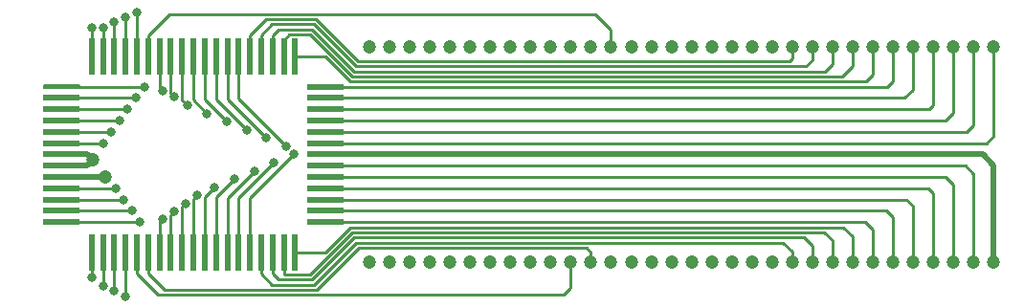
<source format=gbr>
%TF.GenerationSoftware,KiCad,Pcbnew,(5.1.10)-1*%
%TF.CreationDate,2023-11-11T20:16:55+01:00*%
%TF.ProjectId,tmp90x40-qfc2sdip,746d7039-3078-4343-902d-716663327364,rev?*%
%TF.SameCoordinates,Original*%
%TF.FileFunction,Copper,L1,Top*%
%TF.FilePolarity,Positive*%
%FSLAX46Y46*%
G04 Gerber Fmt 4.6, Leading zero omitted, Abs format (unit mm)*
G04 Created by KiCad (PCBNEW (5.1.10)-1) date 2023-11-11 20:16:55*
%MOMM*%
%LPD*%
G01*
G04 APERTURE LIST*
%TA.AperFunction,SMDPad,CuDef*%
%ADD10R,3.300000X0.500000*%
%TD*%
%TA.AperFunction,SMDPad,CuDef*%
%ADD11R,0.500000X3.300000*%
%TD*%
%TA.AperFunction,ComponentPad*%
%ADD12C,1.200000*%
%TD*%
%TA.AperFunction,ViaPad*%
%ADD13C,0.800000*%
%TD*%
%TA.AperFunction,ViaPad*%
%ADD14C,1.200000*%
%TD*%
%TA.AperFunction,Conductor*%
%ADD15C,0.250000*%
%TD*%
%TA.AperFunction,Conductor*%
%ADD16C,0.500000*%
%TD*%
G04 APERTURE END LIST*
D10*
%TO.P,U1,64*%
%TO.N,P53*%
X97570000Y-107600000D03*
%TO.P,U1,63*%
%TO.N,P52*%
X97570000Y-106600000D03*
%TO.P,U1,62*%
%TO.N,P51*%
X97570000Y-105600000D03*
%TO.P,U1,61*%
%TO.N,P50*%
X97570000Y-104600000D03*
%TO.P,U1,60*%
%TO.N,GND*%
X97570000Y-103600000D03*
%TO.P,U1,59*%
%TO.N,VCC*%
X97570000Y-102600000D03*
%TO.P,U1,58*%
X97570000Y-101600000D03*
%TO.P,U1,57*%
%TO.N,P37*%
X97570000Y-100600000D03*
%TO.P,U1,56*%
%TO.N,P36*%
X97570000Y-99600000D03*
%TO.P,U1,55*%
%TO.N,P35*%
X97570000Y-98600000D03*
%TO.P,U1,54*%
%TO.N,P34*%
X97570000Y-97600000D03*
%TO.P,U1,53*%
%TO.N,P33*%
X97570000Y-96600000D03*
%TO.P,U1,52*%
%TO.N,P32*%
%TA.AperFunction,SMDPad,CuDef*%
G36*
G01*
X99095000Y-95850000D02*
X96045000Y-95850000D01*
G75*
G02*
X95920000Y-95725000I0J125000D01*
G01*
X95920000Y-95475000D01*
G75*
G02*
X96045000Y-95350000I125000J0D01*
G01*
X99095000Y-95350000D01*
G75*
G02*
X99220000Y-95475000I0J-125000D01*
G01*
X99220000Y-95725000D01*
G75*
G02*
X99095000Y-95850000I-125000J0D01*
G01*
G37*
%TD.AperFunction*%
D11*
%TO.P,U1,48*%
%TO.N,A19*%
X103220000Y-92950000D03*
%TO.P,U1,47*%
%TO.N,A18*%
X104220000Y-92950000D03*
%TO.P,U1,46*%
%TO.N,A17*%
X105220000Y-92950000D03*
%TO.P,U1,45*%
%TO.N,A16*%
X106220000Y-92950000D03*
%TO.P,U1,44*%
%TO.N,A15*%
X107220000Y-92950000D03*
%TO.P,U1,43*%
%TO.N,A14*%
X108220000Y-92950000D03*
%TO.P,U1,42*%
%TO.N,A13*%
X109220000Y-92950000D03*
%TO.P,U1,41*%
%TO.N,A12*%
X110220000Y-92950000D03*
%TO.P,U1,40*%
%TO.N,A11*%
X111220000Y-92950000D03*
%TO.P,U1,39*%
%TO.N,A10*%
X112220000Y-92950000D03*
%TO.P,U1,38*%
%TO.N,A9*%
X113220000Y-92950000D03*
%TO.P,U1,37*%
%TO.N,A8*%
X114220000Y-92950000D03*
%TO.P,U1,36*%
%TO.N,A7*%
X115220000Y-92950000D03*
D10*
%TO.P,U1,32*%
%TO.N,A3*%
X120870000Y-95600000D03*
%TO.P,U1,31*%
%TO.N,A2*%
X120870000Y-96600000D03*
%TO.P,U1,30*%
%TO.N,A1*%
X120870000Y-97600000D03*
%TO.P,U1,29*%
%TO.N,A0*%
X120870000Y-98600000D03*
%TO.P,U1,28*%
%TO.N,X2*%
X120870000Y-99600000D03*
%TO.P,U1,27*%
%TO.N,X1*%
X120870000Y-100600000D03*
%TO.P,U1,26*%
%TO.N,GND*%
X120870000Y-101600000D03*
%TO.P,U1,25*%
%TO.N,D7*%
X120870000Y-102600000D03*
%TO.P,U1,24*%
%TO.N,D6*%
X120870000Y-103600000D03*
%TO.P,U1,23*%
%TO.N,D5*%
X120870000Y-104600000D03*
%TO.P,U1,22*%
%TO.N,D4*%
X120870000Y-105600000D03*
%TO.P,U1,21*%
%TO.N,D3*%
X120870000Y-106600000D03*
%TO.P,U1,20*%
%TO.N,D2*%
X120870000Y-107600000D03*
D11*
%TO.P,U1,16*%
%TO.N,RESET*%
X115220000Y-110250000D03*
%TO.P,U1,15*%
%TO.N,NMI*%
X114220000Y-110250000D03*
%TO.P,U1,14*%
%TO.N,P83*%
X113220000Y-110250000D03*
%TO.P,U1,13*%
%TO.N,P82*%
X112220000Y-110250000D03*
%TO.P,U1,12*%
%TO.N,P81*%
X111220000Y-110250000D03*
%TO.P,U1,11*%
%TO.N,P80*%
X110220000Y-110250000D03*
%TO.P,U1,10*%
%TO.N,P73*%
X109220000Y-110250000D03*
%TO.P,U1,9*%
%TO.N,P72*%
X108220000Y-110250000D03*
%TO.P,U1,8*%
%TO.N,P71*%
X107220000Y-110250000D03*
%TO.P,U1,7*%
%TO.N,P70*%
X106220000Y-110250000D03*
%TO.P,U1,6*%
%TO.N,P63*%
X105220000Y-110250000D03*
%TO.P,U1,5*%
%TO.N,P62*%
X104220000Y-110250000D03*
%TO.P,U1,4*%
%TO.N,P61*%
X103220000Y-110250000D03*
%TO.P,U1,3*%
%TO.N,P60*%
X102220000Y-110250000D03*
%TO.P,U1,1*%
%TO.N,P54*%
X100220000Y-110250000D03*
%TO.P,U1,2*%
%TO.N,P55*%
X101220000Y-110250000D03*
%TO.P,U1,17*%
%TO.N,CLK*%
X116220000Y-110250000D03*
%TO.P,U1,18*%
%TO.N,D0*%
X117220000Y-110250000D03*
%TO.P,U1,19*%
%TO.N,D1*%
X118220000Y-110250000D03*
%TO.P,U1,50*%
%TO.N,P30*%
X101220000Y-92950000D03*
%TO.P,U1,49*%
%TO.N,EA*%
X102220000Y-92950000D03*
%TO.P,U1,51*%
%TO.N,P31*%
X100220000Y-92950000D03*
%TO.P,U1,34*%
%TO.N,A5*%
X117220000Y-92950000D03*
%TO.P,U1,35*%
%TO.N,A6*%
X116220000Y-92950000D03*
%TO.P,U1,33*%
%TO.N,A4*%
X118220000Y-92950000D03*
%TD*%
D12*
%TO.P,U2,1*%
%TO.N,VCC*%
X124810000Y-111150400D03*
%TO.P,U2,2*%
%TO.N,GND*%
X126590000Y-111150400D03*
%TO.P,U2,3*%
%TO.N,P50*%
X128370000Y-111150400D03*
%TO.P,U2,4*%
%TO.N,P51*%
X130150000Y-111150400D03*
%TO.P,U2,5*%
%TO.N,P52*%
X131930000Y-111150400D03*
%TO.P,U2,6*%
%TO.N,P53*%
X133710000Y-111150400D03*
%TO.P,U2,7*%
%TO.N,P54*%
X135490000Y-111150400D03*
%TO.P,U2,8*%
%TO.N,P55*%
X137270000Y-111150400D03*
%TO.P,U2,9*%
%TO.N,P60*%
X139050000Y-111150400D03*
%TO.P,U2,10*%
%TO.N,P61*%
X140830000Y-111150400D03*
%TO.P,U2,11*%
%TO.N,P62*%
X142610000Y-111150400D03*
%TO.P,U2,12*%
%TO.N,P63*%
X144390000Y-111150400D03*
%TO.P,U2,13*%
%TO.N,P70*%
X146170000Y-111150400D03*
%TO.P,U2,14*%
%TO.N,P71*%
X147950000Y-111150400D03*
%TO.P,U2,15*%
%TO.N,P72*%
X149730000Y-111150400D03*
%TO.P,U2,16*%
%TO.N,P73*%
X151510000Y-111150400D03*
%TO.P,U2,17*%
%TO.N,P80*%
X153290000Y-111150400D03*
%TO.P,U2,18*%
%TO.N,P81*%
X155070000Y-111150400D03*
%TO.P,U2,19*%
%TO.N,P82*%
X156850000Y-111150400D03*
%TO.P,U2,20*%
%TO.N,P83*%
X158630000Y-111150400D03*
%TO.P,U2,21*%
%TO.N,NMI*%
X160410000Y-111150400D03*
%TO.P,U2,22*%
%TO.N,RESET*%
X162190000Y-111150400D03*
%TO.P,U2,23*%
%TO.N,CLK*%
X163970000Y-111150400D03*
%TO.P,U2,24*%
%TO.N,D0*%
X165750000Y-111150400D03*
%TO.P,U2,25*%
%TO.N,D1*%
X167530000Y-111150400D03*
%TO.P,U2,26*%
%TO.N,D2*%
X169310000Y-111150400D03*
%TO.P,U2,27*%
%TO.N,D3*%
X171090000Y-111150400D03*
%TO.P,U2,28*%
%TO.N,D4*%
X172870000Y-111150400D03*
%TO.P,U2,29*%
%TO.N,D5*%
X174650000Y-111150400D03*
%TO.P,U2,30*%
%TO.N,D6*%
X176430000Y-111150400D03*
%TO.P,U2,31*%
%TO.N,D7*%
X178210000Y-111150400D03*
%TO.P,U2,32*%
%TO.N,GND*%
X179990000Y-111150400D03*
%TO.P,U2,33*%
%TO.N,X1*%
X179990000Y-92049600D03*
%TO.P,U2,34*%
%TO.N,X2*%
X178210000Y-92049600D03*
%TO.P,U2,35*%
%TO.N,A0*%
X176430000Y-92049600D03*
%TO.P,U2,36*%
%TO.N,A1*%
X174650000Y-92049600D03*
%TO.P,U2,37*%
%TO.N,A2*%
X172870000Y-92049600D03*
%TO.P,U2,38*%
%TO.N,A3*%
X171090000Y-92049600D03*
%TO.P,U2,39*%
%TO.N,A4*%
X169310000Y-92049600D03*
%TO.P,U2,40*%
%TO.N,A5*%
X167530000Y-92049600D03*
%TO.P,U2,41*%
%TO.N,A6*%
X165750000Y-92049600D03*
%TO.P,U2,42*%
%TO.N,A7*%
X163970000Y-92049600D03*
%TO.P,U2,43*%
%TO.N,A8*%
X162190000Y-92049600D03*
%TO.P,U2,44*%
%TO.N,A9*%
X160410000Y-92049600D03*
%TO.P,U2,45*%
%TO.N,A10*%
X158630000Y-92049600D03*
%TO.P,U2,46*%
%TO.N,A11*%
X156850000Y-92049600D03*
%TO.P,U2,47*%
%TO.N,A12*%
X155070000Y-92049600D03*
%TO.P,U2,48*%
%TO.N,A13*%
X153290000Y-92049600D03*
%TO.P,U2,49*%
%TO.N,A14*%
X151510000Y-92049600D03*
%TO.P,U2,50*%
%TO.N,A15*%
X149730000Y-92049600D03*
%TO.P,U2,51*%
%TO.N,A16*%
X147950000Y-92049600D03*
%TO.P,U2,52*%
%TO.N,A17*%
X146170000Y-92049600D03*
%TO.P,U2,53*%
%TO.N,A18*%
X144390000Y-92049600D03*
%TO.P,U2,54*%
%TO.N,A19*%
X142610000Y-92049600D03*
%TO.P,U2,55*%
%TO.N,EA*%
X140830000Y-92049600D03*
%TO.P,U2,56*%
%TO.N,P30*%
X139050000Y-92049600D03*
%TO.P,U2,57*%
%TO.N,P31*%
X137270000Y-92049600D03*
%TO.P,U2,58*%
%TO.N,P32*%
X135490000Y-92049600D03*
%TO.P,U2,59*%
%TO.N,P33*%
X133710000Y-92049600D03*
%TO.P,U2,60*%
%TO.N,P34*%
X131930000Y-92049600D03*
%TO.P,U2,61*%
%TO.N,P35*%
X130150000Y-92049600D03*
%TO.P,U2,62*%
%TO.N,P36*%
X128370000Y-92049600D03*
%TO.P,U2,63*%
%TO.N,P37*%
X126590000Y-92049600D03*
%TO.P,U2,64*%
%TO.N,VCC*%
X124810000Y-92049600D03*
%TD*%
D13*
%TO.N,P54*%
X100220780Y-112522000D03*
%TO.N,P55*%
X101219000Y-113247000D03*
%TO.N,P60*%
X102218941Y-113697010D03*
%TO.N,P61*%
X103215954Y-114147020D03*
%TO.N,P70*%
X106495000Y-107350359D03*
%TO.N,P71*%
X107495000Y-106680000D03*
%TO.N,P72*%
X108495000Y-105953560D03*
%TO.N,P73*%
X109513175Y-105227456D03*
%TO.N,P80*%
X111106388Y-104502388D03*
%TO.N,P81*%
X112857291Y-103776791D03*
%TO.N,P82*%
X114608194Y-103051194D03*
%TO.N,P83*%
X116359097Y-102325597D03*
%TO.N,NMI*%
X118110000Y-101600000D03*
D14*
%TO.N,GND*%
X101430000Y-103600678D03*
D13*
%TO.N,A9*%
X117421163Y-100875081D03*
%TO.N,A10*%
X115671018Y-100150242D03*
%TO.N,A11*%
X113920115Y-99424645D03*
%TO.N,A12*%
X112170482Y-98700318D03*
%TO.N,A13*%
X110419579Y-97974721D03*
%TO.N,A14*%
X108672268Y-97250133D03*
%TO.N,A15*%
X107495000Y-96525080D03*
%TO.N,A16*%
X106495000Y-96015250D03*
%TO.N,A18*%
X104221785Y-88999569D03*
%TO.N,A19*%
X103222303Y-89449579D03*
%TO.N,EA*%
X102222300Y-89899589D03*
%TO.N,P30*%
X101217987Y-90349290D03*
%TO.N,P31*%
X100220780Y-90424000D03*
%TO.N,P32*%
X104855000Y-95600520D03*
%TO.N,P33*%
X104130000Y-96598740D03*
%TO.N,P34*%
X103405000Y-97599500D03*
%TO.N,P35*%
X102680000Y-98600260D03*
%TO.N,P36*%
X101955000Y-99601020D03*
%TO.N,P37*%
X101230000Y-100599240D03*
D14*
%TO.N,VCC*%
X100330000Y-102100380D03*
D13*
%TO.N,P50*%
X102330000Y-104599740D03*
%TO.N,P51*%
X103055000Y-105600500D03*
%TO.N,P52*%
X103780000Y-106598424D03*
%TO.N,P53*%
X104505000Y-107599480D03*
%TD*%
D15*
%TO.N,P54*%
X100220780Y-110250780D02*
X100220000Y-110250000D01*
X100220780Y-112522000D02*
X100220780Y-110250780D01*
%TO.N,P55*%
X101219000Y-110251000D02*
X101220000Y-110250000D01*
X101219000Y-113247000D02*
X101219000Y-110251000D01*
%TO.N,P60*%
X102218941Y-110251059D02*
X102220000Y-110250000D01*
X102218941Y-113697010D02*
X102218941Y-110251059D01*
%TO.N,P61*%
X103215954Y-110254046D02*
X103220000Y-110250000D01*
X103215954Y-114147020D02*
X103215954Y-110254046D01*
%TO.N,P62*%
X104220000Y-112150000D02*
X104220000Y-110250000D01*
X106095039Y-114025037D02*
X104220000Y-112150000D01*
X142019663Y-114025037D02*
X106095039Y-114025037D01*
X142610000Y-113434700D02*
X142019663Y-114025037D01*
X142610000Y-111150400D02*
X142610000Y-113434700D01*
%TO.N,P63*%
X144390000Y-110270180D02*
X144390000Y-111150400D01*
X143969870Y-109850050D02*
X144390000Y-110270180D01*
X120096502Y-113575028D02*
X123821480Y-109850050D01*
X106645029Y-113575029D02*
X120096502Y-113575028D01*
X105220000Y-112150000D02*
X106645029Y-113575029D01*
X123821480Y-109850050D02*
X143969870Y-109850050D01*
X105220000Y-110250000D02*
X105220000Y-112150000D01*
%TO.N,P70*%
X106220000Y-107625359D02*
X106495000Y-107350359D01*
X106220000Y-110250000D02*
X106220000Y-107625359D01*
%TO.N,P71*%
X107220000Y-106955000D02*
X107495000Y-106680000D01*
X107220000Y-110250000D02*
X107220000Y-106955000D01*
%TO.N,P72*%
X108220000Y-106228560D02*
X108495000Y-105953560D01*
X108220000Y-110250000D02*
X108220000Y-106228560D01*
%TO.N,P73*%
X109220000Y-105520631D02*
X109513175Y-105227456D01*
X109220000Y-110250000D02*
X109220000Y-105520631D01*
%TO.N,P80*%
X153038620Y-110899020D02*
X153290000Y-111150400D01*
X110220000Y-105388776D02*
X110220000Y-105698800D01*
X111106388Y-104502388D02*
X110220000Y-105388776D01*
X110220000Y-110250000D02*
X110220000Y-105698800D01*
%TO.N,P81*%
X111220000Y-105414082D02*
X111220000Y-105632000D01*
X112857291Y-103776791D02*
X111220000Y-105414082D01*
X111220000Y-110250000D02*
X111220000Y-105632000D01*
%TO.N,P82*%
X112220000Y-105439388D02*
X112220000Y-110250000D01*
X114608194Y-103051194D02*
X112220000Y-105439388D01*
%TO.N,P83*%
X113220000Y-105464694D02*
X113542237Y-105142457D01*
X113220000Y-110250000D02*
X113220000Y-105464694D01*
X116359097Y-102325597D02*
X113542237Y-105142457D01*
%TO.N,NMI*%
X114220000Y-105490000D02*
X118110000Y-101600000D01*
X114220000Y-110250000D02*
X114220000Y-105490000D01*
%TO.N,RESET*%
X116195019Y-113125019D02*
X119910101Y-113125019D01*
X115220000Y-112150000D02*
X116195019Y-113125019D01*
X115220000Y-110250000D02*
X115220000Y-112150000D01*
X119910101Y-113125019D02*
X123635080Y-109400040D01*
X123635080Y-109400040D02*
X161360820Y-109400040D01*
X162190000Y-110229220D02*
X162190000Y-111150400D01*
X161360820Y-109400040D02*
X162190000Y-110229220D01*
%TO.N,CLK*%
X116745011Y-112675011D02*
X119723700Y-112675010D01*
X116220000Y-112150000D02*
X116745011Y-112675011D01*
X116220000Y-110250000D02*
X116220000Y-112150000D01*
X119723700Y-112675010D02*
X123448680Y-108950030D01*
X123448680Y-108950030D02*
X163206970Y-108950030D01*
X163970000Y-109713060D02*
X163970000Y-111150400D01*
X163206970Y-108950030D02*
X163970000Y-109713060D01*
%TO.N,D0*%
X165750000Y-109222300D02*
X165750000Y-111150400D01*
X165027720Y-108500020D02*
X165750000Y-109222300D01*
X123262280Y-108500020D02*
X165027720Y-108500020D01*
X119537299Y-112225001D02*
X123262280Y-108500020D01*
X117295001Y-112225001D02*
X119537299Y-112225001D01*
X117220000Y-112150000D02*
X117295001Y-112225001D01*
X117220000Y-110250000D02*
X117220000Y-112150000D01*
%TO.N,D1*%
X167530000Y-108840760D02*
X167530000Y-111150400D01*
X123073160Y-108050010D02*
X166739250Y-108050010D01*
X120873170Y-110250000D02*
X123073160Y-108050010D01*
X166739250Y-108050010D02*
X167530000Y-108840760D01*
X118220000Y-110250000D02*
X120873170Y-110250000D01*
%TO.N,D2*%
X169310000Y-111150400D02*
X169310000Y-108281420D01*
X168628580Y-107600000D02*
X120870000Y-107600000D01*
X169310000Y-108281420D02*
X168628580Y-107600000D01*
%TO.N,D3*%
X171090000Y-111150400D02*
X171090000Y-107186140D01*
X170503860Y-106600000D02*
X120870000Y-106600000D01*
X171090000Y-107186140D02*
X170503860Y-106600000D01*
%TO.N,D4*%
X172870000Y-111150400D02*
X172870000Y-106174680D01*
X172295320Y-105600000D02*
X120870000Y-105600000D01*
X172870000Y-106174680D02*
X172295320Y-105600000D01*
%TO.N,D5*%
X174650000Y-111150400D02*
X174650000Y-105054000D01*
X174196000Y-104600000D02*
X120870000Y-104600000D01*
X174650000Y-105054000D02*
X174196000Y-104600000D01*
%TO.N,D6*%
X176430000Y-111150400D02*
X176430000Y-104268600D01*
X175761400Y-103600000D02*
X120870000Y-103600000D01*
X176430000Y-104268600D02*
X175761400Y-103600000D01*
%TO.N,D7*%
X178210000Y-111150400D02*
X178210000Y-103310480D01*
X177499520Y-102600000D02*
X120870000Y-102600000D01*
X178210000Y-103310480D02*
X177499520Y-102600000D01*
D16*
%TO.N,GND*%
X179990000Y-111150400D02*
X179990000Y-102565720D01*
X179024280Y-101600000D02*
X120870000Y-101600000D01*
X179990000Y-102565720D02*
X179024280Y-101600000D01*
X97570678Y-103600678D02*
X97570000Y-103600000D01*
X101430000Y-103600678D02*
X97570678Y-103600678D01*
D15*
%TO.N,X1*%
X179990000Y-92049600D02*
X179990000Y-99989120D01*
X179379120Y-100600000D02*
X120870000Y-100600000D01*
X179990000Y-99989120D02*
X179379120Y-100600000D01*
%TO.N,X2*%
X178210000Y-92049600D02*
X178210000Y-99015760D01*
X177625760Y-99600000D02*
X120870000Y-99600000D01*
X178210000Y-99015760D02*
X177625760Y-99600000D01*
%TO.N,A0*%
X176430000Y-92049600D02*
X176430000Y-97930640D01*
X175760640Y-98600000D02*
X120870000Y-98600000D01*
X176430000Y-97930640D02*
X175760640Y-98600000D01*
%TO.N,A1*%
X174650000Y-92049600D02*
X174650000Y-97239220D01*
X174289220Y-97600000D02*
X120870000Y-97600000D01*
X174650000Y-97239220D02*
X174289220Y-97600000D01*
%TO.N,A2*%
X172870000Y-92049600D02*
X172870000Y-95879780D01*
X172149780Y-96600000D02*
X120870000Y-96600000D01*
X172870000Y-95879780D02*
X172149780Y-96600000D01*
%TO.N,A3*%
X171090000Y-92049600D02*
X171090000Y-95147720D01*
X170637720Y-95600000D02*
X120870000Y-95600000D01*
X171090000Y-95147720D02*
X170637720Y-95600000D01*
%TO.N,A4*%
X118220000Y-92950000D02*
X120863010Y-92950000D01*
X120863010Y-92950000D02*
X123063000Y-95149990D01*
X123063000Y-95149990D02*
X168720450Y-95149990D01*
X169310000Y-94560440D02*
X169310000Y-92049600D01*
X168720450Y-95149990D02*
X169310000Y-94560440D01*
%TO.N,A5*%
X117709999Y-90974999D02*
X119524419Y-90974999D01*
X117220000Y-91464998D02*
X117709999Y-90974999D01*
X117220000Y-92950000D02*
X117220000Y-91464998D01*
X119524419Y-90974999D02*
X123249400Y-94699980D01*
X123249400Y-94699980D02*
X166635540Y-94699980D01*
X167530000Y-93805520D02*
X167530000Y-92049600D01*
X166635540Y-94699980D02*
X167530000Y-93805520D01*
%TO.N,A6*%
X116745011Y-90524989D02*
X119710820Y-90524990D01*
X116220000Y-91050000D02*
X116745011Y-90524989D01*
X116220000Y-92950000D02*
X116220000Y-91050000D01*
X119710820Y-90524990D02*
X123435800Y-94249970D01*
X123435800Y-94249970D02*
X165076410Y-94249970D01*
X165750000Y-93576380D02*
X165750000Y-92049600D01*
X165076410Y-94249970D02*
X165750000Y-93576380D01*
%TO.N,A7*%
X119897221Y-90074981D02*
X123622200Y-93799960D01*
X115220000Y-91050000D02*
X116195019Y-90074981D01*
X116195019Y-90074981D02*
X119897221Y-90074981D01*
X115220000Y-92950000D02*
X115220000Y-91050000D01*
X123622200Y-93799960D02*
X163438540Y-93799960D01*
X163970000Y-93268500D02*
X163970000Y-92049600D01*
X163438540Y-93799960D02*
X163970000Y-93268500D01*
%TO.N,A8*%
X115645028Y-89624972D02*
X120083622Y-89624972D01*
X114220000Y-91050000D02*
X115645028Y-89624972D01*
X114220000Y-92950000D02*
X114220000Y-91050000D01*
X120083622Y-89624972D02*
X123808600Y-93349950D01*
X123808600Y-93349950D02*
X161942910Y-93349950D01*
X162190000Y-93102860D02*
X162190000Y-92049600D01*
X161942910Y-93349950D02*
X162190000Y-93102860D01*
%TO.N,A9*%
X113220000Y-96673918D02*
X113220000Y-96335080D01*
X117421163Y-100875081D02*
X113220000Y-96673918D01*
X113220000Y-92950000D02*
X113220000Y-96335080D01*
%TO.N,A10*%
X112220000Y-96699224D02*
X112220000Y-92950000D01*
X115671018Y-100150242D02*
X112220000Y-96699224D01*
%TO.N,A11*%
X111220000Y-96724530D02*
X111220000Y-95880940D01*
X113920115Y-99424645D02*
X111220000Y-96724530D01*
X111220000Y-92950000D02*
X111220000Y-95880940D01*
%TO.N,A12*%
X110220000Y-96749836D02*
X110220000Y-96299780D01*
X112170482Y-98700318D02*
X110220000Y-96749836D01*
X110220000Y-92950000D02*
X110220000Y-96299780D01*
%TO.N,A13*%
X109220000Y-96775142D02*
X109220000Y-96603820D01*
X110419579Y-97974721D02*
X109220000Y-96775142D01*
X109220000Y-92950000D02*
X109220000Y-96603820D01*
%TO.N,A14*%
X108220000Y-92950000D02*
X108220000Y-96800448D01*
X108222583Y-96800448D02*
X108220000Y-96800448D01*
X108672268Y-97250133D02*
X108222583Y-96800448D01*
%TO.N,A15*%
X107220000Y-96250080D02*
X107495000Y-96525080D01*
X107220000Y-92950000D02*
X107220000Y-96250080D01*
%TO.N,A16*%
X106220000Y-95740250D02*
X106495000Y-96015250D01*
X106220000Y-92950000D02*
X106220000Y-95740250D01*
%TO.N,A17*%
X107095038Y-89174962D02*
X144778102Y-89174962D01*
X105220000Y-91050000D02*
X107095038Y-89174962D01*
X105220000Y-92950000D02*
X105220000Y-91050000D01*
X146170000Y-90566860D02*
X146170000Y-92049600D01*
X144778102Y-89174962D02*
X146170000Y-90566860D01*
%TO.N,A18*%
X104221785Y-92948215D02*
X104220000Y-92950000D01*
X104221785Y-88999569D02*
X104221785Y-92948215D01*
%TO.N,A19*%
X103222303Y-92947697D02*
X103220000Y-92950000D01*
X103222303Y-89449579D02*
X103222303Y-92947697D01*
%TO.N,EA*%
X102222300Y-92947700D02*
X102220000Y-92950000D01*
X102222300Y-89899589D02*
X102222300Y-92947700D01*
%TO.N,P30*%
X101217987Y-92947987D02*
X101220000Y-92950000D01*
X101217987Y-90349290D02*
X101217987Y-92947987D01*
%TO.N,P31*%
X100220780Y-92949220D02*
X100220000Y-92950000D01*
X100220780Y-90424000D02*
X100220780Y-92949220D01*
%TO.N,P32*%
X97570520Y-95600520D02*
X97570000Y-95600000D01*
X104855000Y-95600520D02*
X97570520Y-95600520D01*
%TO.N,P33*%
X97571260Y-96598740D02*
X97570000Y-96600000D01*
X104130000Y-96598740D02*
X97571260Y-96598740D01*
%TO.N,P34*%
X97570500Y-97599500D02*
X97570000Y-97600000D01*
X103405000Y-97599500D02*
X97570500Y-97599500D01*
%TO.N,P35*%
X97570260Y-98600260D02*
X97570000Y-98600000D01*
X102680000Y-98600260D02*
X97570260Y-98600260D01*
%TO.N,P36*%
X97571020Y-99601020D02*
X97570000Y-99600000D01*
X101955000Y-99601020D02*
X97571020Y-99601020D01*
%TO.N,P37*%
X97570760Y-100599240D02*
X97570000Y-100600000D01*
X101230000Y-100599240D02*
X97570760Y-100599240D01*
D16*
%TO.N,VCC*%
X124810000Y-91737700D02*
X124810000Y-92049600D01*
X97570760Y-102600760D02*
X97570000Y-102600000D01*
X99829620Y-101600000D02*
X100330000Y-102100380D01*
X97570000Y-101600000D02*
X99829620Y-101600000D01*
X99830380Y-102600000D02*
X100330000Y-102100380D01*
X97570000Y-102600000D02*
X99830380Y-102600000D01*
D15*
%TO.N,P50*%
X97570260Y-104599740D02*
X97570000Y-104600000D01*
X102330000Y-104599740D02*
X97570260Y-104599740D01*
%TO.N,P51*%
X97570500Y-105600500D02*
X97570000Y-105600000D01*
X103055000Y-105600500D02*
X97570500Y-105600500D01*
%TO.N,P52*%
X97571576Y-106598424D02*
X97570000Y-106600000D01*
X103780000Y-106598424D02*
X97571576Y-106598424D01*
%TO.N,P53*%
X97570520Y-107599480D02*
X97570000Y-107600000D01*
X104505000Y-107599480D02*
X97570520Y-107599480D01*
%TD*%
M02*

</source>
